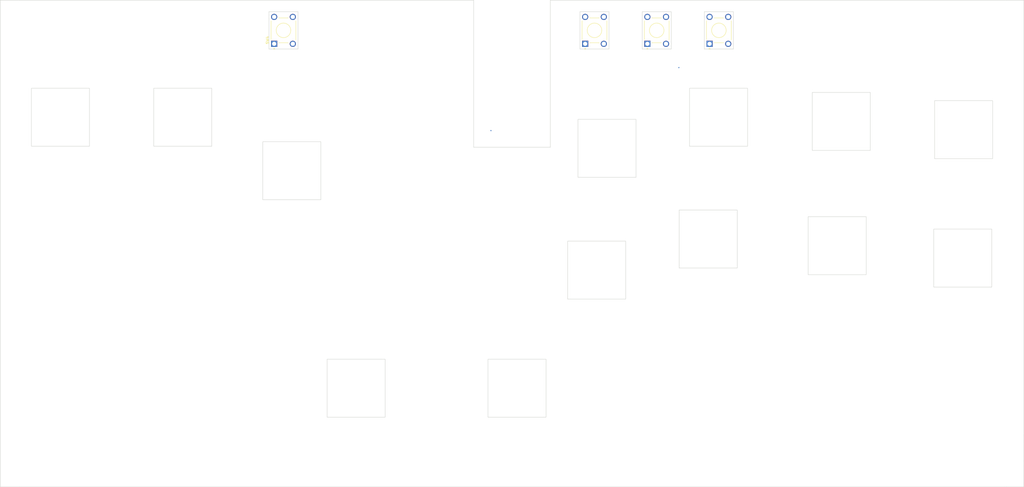
<source format=kicad_pcb>
(kicad_pcb (version 20221018) (generator pcbnew)
  (layers (0 "F.Cu" signal) (31 "B.Cu" signal) (34 "B.Paste" user) (35 "F.Paste" user) (36 "B.SilkS" user "B.Silkscreen") (37 "F.SilkS" user "F.Silkscreen") (38 "B.Mask" user) (39 "F.Mask" user) (44 "Edge.Cuts" user))
  (net 0 "")
  (footprint "MountingHole:MountingHole_2mm" (layer "F.Cu") (at 306.5775 203.25)
    (fp_text reference "H3" hide)
    (fp_text value "Mounting_Hole")
    (pad "" np_thru_hole circle (at 0 0) (size 2 2) (drill 2) (layers "F&B.Cu" "*.Mask"))
  )
  (footprint "MountingHole:MountingHole_2mm" (layer "F.Cu") (at 96.5775 203.25)
    (fp_text reference "H2" hide)
    (fp_text value "Mounting_Hole")
    (pad "" np_thru_hole circle (at 0 0) (size 2 2) (drill 2) (layers "F&B.Cu" "*.Mask"))
  )
  (footprint "MountingHole:MountingHole_2mm" (layer "F.Cu") (at 267.5775 131.25)
    (fp_text reference "H8" hide)
    (fp_text value "Mounting_Hole" hide)
    (pad "" np_thru_hole circle (at 0 0) (size 2 2) (drill 2) (layers "F&B.Cu" "*.Mask"))
  )
  (footprint "comps:SW_1825910-6-4" (layer "F.Cu") (at 251.4675 101.78 90)
    (fp_text reference "SW3" hide)
    (fp_text value "1825910-6")
    (fp_line (start -2.995 -1.15) (end -2.995 1.15) (stroke (width 0.127)) (layer "F.SilkS"))
    (fp_line (start -2.2 -2.995) (end 2.3 -2.995) (stroke (width 0.127)) (layer "F.SilkS"))
    (fp_line (start 2.3 2.995) (end -2.3 2.995) (stroke (width 0.127)) (layer "F.SilkS"))
    (fp_line (start 3 -1.15) (end 3 1.15) (stroke (width 0.127)) (layer "F.SilkS"))
    (fp_circle (center -4.445 -2.25) (end -4.345 -2.25) (stroke (width 0.2)) (fill none) (layer "F.SilkS"))
    (fp_circle (center 0 0) (end 1.755 0) (stroke (width 0.127)) (fill none) (layer "F.SilkS"))
    (pad "1" thru_hole rect (at -3.25 -2.25 90) (size 1.498 1.498) (drill 0.99) (layers "*.Cu" "*.Mask"))
    (pad "2" thru_hole circle (at 3.25 -2.25 90) (size 1.498 1.498) (drill 0.99) (layers "*.Cu" "*.Mask"))
    (pad "3" thru_hole circle (at -3.25 2.25 90) (size 1.498 1.498) (drill 0.99) (layers "*.Cu" "*.Mask"))
    (pad "4" thru_hole circle (at 3.25 2.25 90) (size 1.498 1.498) (drill 0.99) (layers "*.Cu" "*.Mask"))
  )
  (footprint "comps:SW_1825910-6-4" (layer "F.Cu") (at 221.4675 101.78 90)
    (fp_text reference "SW1" hide)
    (fp_text value "1825910-6")
    (fp_line (start -2.995 -1.15) (end -2.995 1.15) (stroke (width 0.127)) (layer "F.SilkS"))
    (fp_line (start -2.2 -2.995) (end 2.3 -2.995) (stroke (width 0.127)) (layer "F.SilkS"))
    (fp_line (start 2.3 2.995) (end -2.3 2.995) (stroke (width 0.127)) (layer "F.SilkS"))
    (fp_line (start 3 -1.15) (end 3 1.15) (stroke (width 0.127)) (layer "F.SilkS"))
    (fp_circle (center -4.445 -2.25) (end -4.345 -2.25) (stroke (width 0.2)) (fill none) (layer "F.SilkS"))
    (fp_circle (center 0 0) (end 1.755 0) (stroke (width 0.127)) (fill none) (layer "F.SilkS"))
    (pad "1" thru_hole rect (at -3.25 -2.25 90) (size 1.498 1.498) (drill 0.99) (layers "*.Cu" "*.Mask"))
    (pad "2" thru_hole circle (at 3.25 -2.25 90) (size 1.498 1.498) (drill 0.99) (layers "*.Cu" "*.Mask"))
    (pad "3" thru_hole circle (at -3.25 2.25 90) (size 1.498 1.498) (drill 0.99) (layers "*.Cu" "*.Mask"))
    (pad "4" thru_hole circle (at 3.25 2.25 90) (size 1.498 1.498) (drill 0.99) (layers "*.Cu" "*.Mask"))
  )
  (footprint "comps:SW_1825910-6-4" (layer "F.Cu") (at 146.4675 101.78 90)
    (fp_text reference "SW4" (at -2.3627 -3.844398 90) (layer "F.SilkS") (effects (font (size 0.630643 0.630643))))
    (fp_text value "1825910-6")
    (fp_line (start -2.995 -1.15) (end -2.995 1.15) (stroke (width 0.127)) (layer "F.SilkS"))
    (fp_line (start -2.2 -2.995) (end 2.3 -2.995) (stroke (width 0.127)) (layer "F.SilkS"))
    (fp_line (start 2.3 2.995) (end -2.3 2.995) (stroke (width 0.127)) (layer "F.SilkS"))
    (fp_line (start 3 -1.15) (end 3 1.15) (stroke (width 0.127)) (layer "F.SilkS"))
    (fp_circle (center -4.445 -2.25) (end -4.345 -2.25) (stroke (width 0.2)) (fill none) (layer "F.SilkS"))
    (fp_circle (center 0 0) (end 1.755 0) (stroke (width 0.127)) (fill none) (layer "F.SilkS"))
    (pad "1" thru_hole rect (at -3.25 -2.25 90) (size 1.498 1.498) (drill 0.99) (layers "*.Cu" "*.Mask"))
    (pad "2" thru_hole circle (at 3.25 -2.25 90) (size 1.498 1.498) (drill 0.99) (layers "*.Cu" "*.Mask"))
    (pad "3" thru_hole circle (at -3.25 2.25 90) (size 1.498 1.498) (drill 0.99) (layers "*.Cu" "*.Mask"))
    (pad "4" thru_hole circle (at 3.25 2.25 90) (size 1.498 1.498) (drill 0.99) (layers "*.Cu" "*.Mask"))
  )
  (footprint "MountingHole:MountingHole_2mm" (layer "F.Cu") (at 306.5775 103.25)
    (fp_text reference "H4" hide)
    (fp_text value "Mounting_Hole")
    (pad "" np_thru_hole circle (at 0 0) (size 2 2) (drill 2) (layers "F&B.Cu" "*.Mask"))
  )
  (footprint "comps:SW_1825910-6-4" (layer "F.Cu") (at 236.4675 101.78 90)
    (fp_text reference "SW2" hide)
    (fp_text value "1825910-6")
    (fp_line (start -2.995 -1.15) (end -2.995 1.15) (stroke (width 0.127)) (layer "F.SilkS"))
    (fp_line (start -2.2 -2.995) (end 2.3 -2.995) (stroke (width 0.127)) (layer "F.SilkS"))
    (fp_line (start 2.3 2.995) (end -2.3 2.995) (stroke (width 0.127)) (layer "F.SilkS"))
    (fp_line (start 3 -1.15) (end 3 1.15) (stroke (width 0.127)) (layer "F.SilkS"))
    (fp_circle (center -4.445 -2.25) (end -4.345 -2.25) (stroke (width 0.2)) (fill none) (layer "F.SilkS"))
    (fp_circle (center 0 0) (end 1.755 0) (stroke (width 0.127)) (fill none) (layer "F.SilkS"))
    (pad "1" thru_hole rect (at -3.25 -2.25 90) (size 1.498 1.498) (drill 0.99) (layers "*.Cu" "*.Mask"))
    (pad "2" thru_hole circle (at 3.25 -2.25 90) (size 1.498 1.498) (drill 0.99) (layers "*.Cu" "*.Mask"))
    (pad "3" thru_hole circle (at -3.25 2.25 90) (size 1.498 1.498) (drill 0.99) (layers "*.Cu" "*.Mask"))
    (pad "4" thru_hole circle (at 3.25 2.25 90) (size 1.498 1.498) (drill 0.99) (layers "*.Cu" "*.Mask"))
  )
  (footprint "MountingHole:MountingHole_2mm" (layer "F.Cu") (at 96.5775 103.25)
    (fp_text reference "H1" hide)
    (fp_text value "Mounting_Hole")
    (pad "" np_thru_hole circle (at 0 0) (size 2 2) (drill 2) (layers "F&B.Cu" "*.Mask"))
  )
  (footprint "MountingHole:MountingHole_2mm" (layer "F.Cu") (at 201.5775 153.25)
    (fp_text reference "H11" hide)
    (fp_text value "Mounting_Hole")
    (pad "" np_thru_hole circle (at 0 0) (size 2 2) (drill 2) (layers "F&B.Cu" "*.Mask"))
  )
  (footprint "MountingHole:MountingHole_2mm" (layer "F.Cu") (at 135.5775 131.25)
    (fp_text reference "H7" hide)
    (fp_text value "Mounting_Hole")
    (pad "" np_thru_hole circle (at 0 0) (size 2 2) (drill 2) (layers "F&B.Cu" "*.Mask"))
  )
  (footprint "MountingHole:MountingHole_2mm" (layer "F.Cu") (at 296.5775 153.25)
    (fp_text reference "H5" hide)
    (fp_text value "Mounting_Hole" hide)
    (pad "" np_thru_hole circle (at 0 0) (size 2 2) (drill 2) (layers "F&B.Cu" "*.Mask"))
  )
  (footprint "MountingHole:MountingHole_2mm" (layer "F.Cu") (at 106.5775 153.25)
    (fp_text reference "H6" hide)
    (fp_text value "Mounting_Hole")
    (pad "" np_thru_hole circle (at 0 0) (size 2 2) (drill 2) (layers "F&B.Cu" "*.Mask"))
  )
  (footprint "MountingHole:MountingHole_2mm" (layer "F.Cu") (at 267.5775 175.25)
    (fp_text reference "H9" hide)
    (fp_text value "Mounting_Hole")
    (pad "" np_thru_hole circle (at 0 0) (size 2 2) (drill 2) (layers "F&B.Cu" "*.Mask"))
  )
  (footprint "MountingHole:MountingHole_2mm" (layer "F.Cu") (at 135.5775 175.25)
    (fp_text reference "H10" hide)
    (fp_text value "Mounting_Hole")
    (pad "" np_thru_hole circle (at 0 0) (size 2 2) (drill 2) (layers "F&B.Cu" "*.Mask"))
  )
  (gr_rect (start 195.783 181.16) (end 209.783 195.16) (stroke (width 0.1)) (fill none) (layer "Edge.Cuts"))
  (gr_line (start 217.9675 97.28) (end 224.9675 97.28) (stroke (width 0.1)) (layer "Edge.Cuts"))
  (gr_line (start 217.9675 106.28) (end 224.9675 106.28) (stroke (width 0.1)) (layer "Edge.Cuts"))
  (gr_line (start 247.9675 97.28) (end 247.9675 106.28) (stroke (width 0.1)) (layer "Edge.Cuts"))
  (gr_line (start 217.9675 97.28) (end 217.9675 106.28) (stroke (width 0.1)) (layer "Edge.Cuts"))
  (gr_rect (start 214.983 152.66) (end 228.983 166.66) (stroke (width 0.1)) (fill none) (layer "Edge.Cuts"))
  (gr_rect (start 241.883 145.16) (end 255.883 159.16) (stroke (width 0.1)) (fill none) (layer "Edge.Cuts"))
  (gr_line (start 210.8275 130) (end 192.3275 130) (stroke (width 0.1)) (layer "Edge.Cuts"))
  (gr_rect (start 244.383 115.76) (end 258.383 129.76) (stroke (width 0.1)) (fill none) (layer "Edge.Cuts"))
  (gr_rect (start 303.283 149.76) (end 317.283 163.76) (stroke (width 0.1)) (fill none) (layer "Edge.Cuts"))
  (gr_line (start 192.3275 130) (end 192.3275 94.5) (stroke (width 0.1)) (layer "Edge.Cuts"))
  (gr_line (start 320.9 94.5) (end 325.01 94.5) (stroke (width 0.1)) (layer "Edge.Cuts"))
  (gr_rect (start 156.983 181.16) (end 170.983 195.16) (stroke (width 0.1)) (fill none) (layer "Edge.Cuts"))
  (gr_line (start 232.9675 97.28) (end 232.9675 106.28) (stroke (width 0.1)) (layer "Edge.Cuts"))
  (gr_line (start 210.8275 94.5) (end 210.8275 130) (stroke (width 0.1)) (layer "Edge.Cuts"))
  (gr_rect (start 303.483 118.76) (end 317.483 132.76) (stroke (width 0.1)) (fill none) (layer "Edge.Cuts"))
  (gr_line (start 320.9 212) (end 82.9 212) (stroke (width 0.1)) (layer "Edge.Cuts"))
  (gr_line (start 247.9675 97.28) (end 254.9675 97.28) (stroke (width 0.1)) (layer "Edge.Cuts"))
  (gr_rect (start 85.683 115.76) (end 99.683 129.76) (stroke (width 0.1)) (fill none) (layer "Edge.Cuts"))
  (gr_line (start 247.9675 106.28) (end 254.9675 106.28) (stroke (width 0.1)) (layer "Edge.Cuts"))
  (gr_line (start 254.9675 106.28) (end 254.9675 97.28) (stroke (width 0.1)) (layer "Edge.Cuts"))
  (gr_rect (start 115.183 115.76) (end 129.183 129.76) (stroke (width 0.1)) (fill none) (layer "Edge.Cuts"))
  (gr_rect (start 273.983 116.76) (end 287.983 130.76) (stroke (width 0.1)) (fill none) (layer "Edge.Cuts"))
  (gr_line (start 78.155 94.5) (end 78.155 212) (stroke (width 0.1)) (layer "Edge.Cuts"))
  (gr_line (start 210.8275 94.5) (end 320.9 94.5) (stroke (width 0.1)) (layer "Edge.Cuts"))
  (gr_line (start 142.9675 97.28) (end 149.9675 97.28) (stroke (width 0.1)) (layer "Edge.Cuts"))
  (gr_line (start 232.9675 97.28) (end 239.9675 97.28) (stroke (width 0.1)) (layer "Edge.Cuts"))
  (gr_line (start 142.9675 106.28) (end 149.9675 106.28) (stroke (width 0.1)) (layer "Edge.Cuts"))
  (gr_line (start 232.9675 106.28) (end 239.9675 106.28) (stroke (width 0.1)) (layer "Edge.Cuts"))
  (gr_rect (start 217.483 123.26) (end 231.483 137.26) (stroke (width 0.1)) (fill none) (layer "Edge.Cuts"))
  (gr_rect (start 272.983 146.76) (end 286.983 160.76) (stroke (width 0.1)) (fill none) (layer "Edge.Cuts"))
  (gr_line (start 149.9675 106.28) (end 149.9675 97.28) (stroke (width 0.1)) (layer "Edge.Cuts"))
  (gr_line (start 325.01 199.5) (end 325 212) (stroke (width 0.1)) (layer "Edge.Cuts"))
  (gr_line (start 82.9 94.5) (end 78.155 94.5) (stroke (width 0.1)) (layer "Edge.Cuts"))
  (gr_line (start 325.01 94.5) (end 325.01 199.5) (stroke (width 0.1)) (layer "Edge.Cuts"))
  (gr_rect (start 141.483 128.66) (end 155.483 142.66) (stroke (width 0.1)) (fill none) (layer "Edge.Cuts"))
  (gr_line (start 142.9675 97.28) (end 142.9675 106.28) (stroke (width 0.1)) (layer "Edge.Cuts"))
  (gr_line (start 224.9675 106.28) (end 224.9675 97.28) (stroke (width 0.1)) (layer "Edge.Cuts"))
  (gr_line (start 320.9 212) (end 325 212) (stroke (width 0.1)) (layer "Edge.Cuts"))
  (gr_line (start 82.9 212) (end 78.155 212) (stroke (width 0.1)) (layer "Edge.Cuts"))
  (gr_line (start 239.9675 106.28) (end 239.9675 97.28) (stroke (width 0.1)) (layer "Edge.Cuts"))
  (gr_line (start 192.3275 94.5) (end 82.9 94.5) (stroke (width 0.1)) (layer "Edge.Cuts"))
  (segment (start 241.798 110.7795) (end 241.8275 110.75) (width 0.25) (layer "B.Cu") (net 0))
  (segment (start 196.483 125.96) (end 196.513 125.99) (width 0.25) (layer "B.Cu") (net 0))
)
</source>
